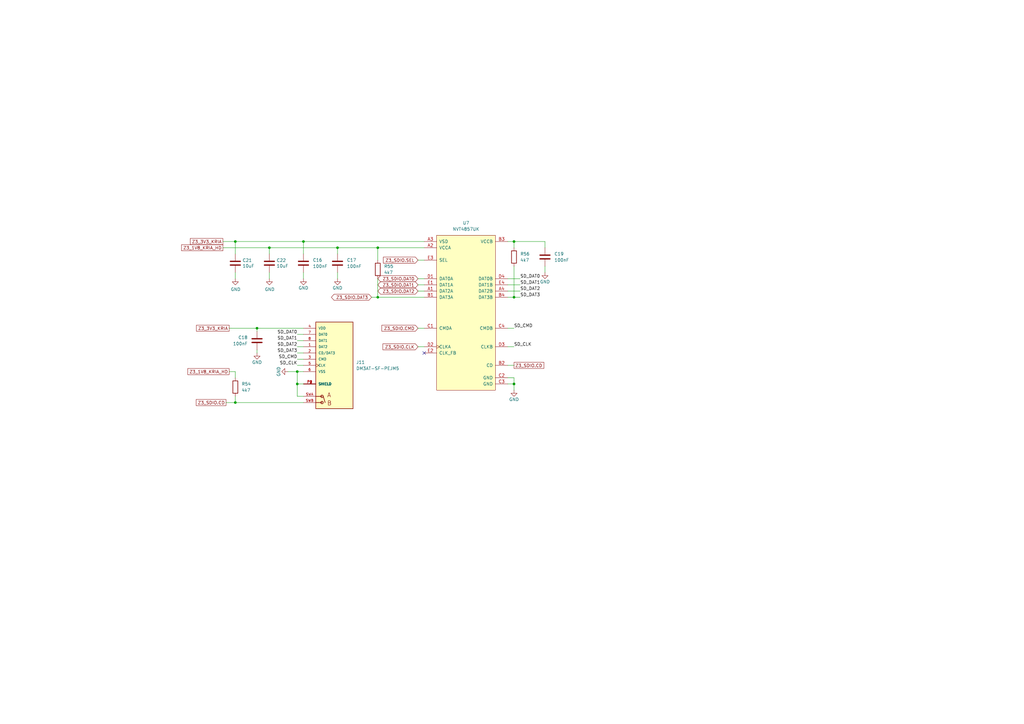
<source format=kicad_sch>
(kicad_sch (version 20211123) (generator eeschema)
  (paper "A3")
  (title_block (title "RTM_Template") (date "2022-09-07") (rev "1.0") (company "Karlsruhe Institute of Technology (KIT)") (comment 1 "Institute for Data Processing and Electronics (IPE)") (comment 2 "Carsten Schmerbeck") (comment 3 "Luis Ardila") (comment 4 "Licensed under CERN-OHL-P v2"))
  (lib_symbols
    (symbol "Device:C" (pin_numbers hide) (pin_names (offset 0.254))
      (property "Reference" "C" (at 0.635 2.54 0))
      (property "Value" "C" (at 0.635 -2.54 0))
      (symbol "C_0_1"
        (polyline (pts (xy -2.032 -0.762) (xy 2.032 -0.762)) (stroke (width 0.508)))
        (polyline (pts (xy -2.032 0.762) (xy 2.032 0.762)) (stroke (width 0.508)))
      )
      (symbol "C_1_1"
        (pin passive line (at 0 3.81 270) (length 2.794) (name "~") (number "1"))
        (pin passive line (at 0 -3.81 90) (length 2.794) (name "~") (number "2"))
      )
    )
    (symbol "Device:R" (pin_numbers hide) (pin_names (offset 0))
      (property "Reference" "R" (at 2.032 0 90))
      (property "Value" "R" (at 0 0 90))
      (symbol "R_0_1"
        (rectangle (start -1.016 -2.54) (end 1.016 2.54) (stroke (width 0.254)))
      )
      (symbol "R_1_1"
        (pin passive line (at 0 3.81 270) (length 1.27) (name "~") (number "1"))
        (pin passive line (at 0 -3.81 90) (length 1.27) (name "~") (number "2"))
      )
    )
    (symbol "KIT_Connector:DM3AT-SF-PEJM5" (pin_names (offset 1.016))
      (property "Reference" "J" (at -7.62 18.3134 0))
      (property "Value" "DM3AT-SF-PEJM5" (at -7.62 -20.8534 0))
      (symbol "DM3AT-SF-PEJM5_0_0"
        (rectangle (start -7.62 -17.78) (end 7.62 17.78) (stroke (width 0.254)) (fill (type background)))
        (circle (center -5.08 -15.24) (radius 0.508) (stroke (width 0.254)))
        (circle (center -5.08 -12.7) (radius 0.508) (stroke (width 0.254)))
        (polyline (pts (xy -7.62 -15.24) (xy -5.08 -15.24)) (stroke (width 0.254)))
        (polyline (pts (xy -7.62 -12.7) (xy -5.08 -12.7)) (stroke (width 0.254)))
        (polyline (pts (xy -4.572 -12.7) (xy -3.81 -15.24)) (stroke (width 0.254)))
        (text "A" (at -3.048 -13.208 0) (effects (font (size 1.778 1.778)) (justify left bottom)))
        (text "B" (at -3.048 -16.51 0) (effects (font (size 1.778 1.778)) (justify left bottom)))
        (pin bidirectional line (at -12.7 7.62 0) (length 5.08) (name "DAT2") (number "1"))
        (pin bidirectional line (at -12.7 5.08 0) (length 5.08) (name "CD/DAT3") (number "2"))
        (pin bidirectional line (at -12.7 2.54 0) (length 5.08) (name "CMD") (number "3"))
        (pin power_in line (at -12.7 15.24 0) (length 5.08) (name "VDD") (number "4"))
        (pin bidirectional clock (at -12.7 0 0) (length 5.08) (name "CLK") (number "5"))
        (pin power_in line (at -12.7 -2.54 0) (length 5.08) (name "VSS") (number "6"))
        (pin bidirectional line (at -12.7 12.7 0) (length 5.08) (name "DAT0") (number "7"))
        (pin bidirectional line (at -12.7 10.16 0) (length 5.08) (name "DAT1") (number "8"))
        (pin passive line (at -12.7 -7.62 0) (length 5.08) (name "SHIELD") (number "P1"))
        (pin passive line (at -12.7 -7.62 0) (length 5.08) (name "SHIELD") (number "P2"))
        (pin passive line (at -12.7 -7.62 0) (length 5.08) (name "SHIELD") (number "P3"))
        (pin passive line (at -12.7 -7.62 0) (length 5.08) (name "SHIELD") (number "P4"))
        (pin passive line (at -12.7 -12.7 0) (length 5.08) (name "~") (number "SWA"))
        (pin passive line (at -12.7 -15.24 0) (length 5.08) (name "~") (number "SWB"))
      )
    )
    (symbol "KIT_Memory_Controller:NVT4857UK" (pin_names (offset 1.016))
      (property "Reference" "U" (at -8.89 21.59 0))
      (property "Value" "NVT4857UK" (at 6.35 21.59 0))
      (symbol "NVT4857UK_0_0"
        (pin bidirectional line (at -15.24 -2.54 0) (length 5.08) (name "DAT2A") (number "A1"))
      )
      (symbol "NVT4857UK_0_1"
        (rectangle (start -10.16 20.32) (end 13.97 -43.18) (fill (type background)))
      )
      (symbol "NVT4857UK_1_1"
        (pin power_in line (at -15.24 15.24 0) (length 5.08) (name "VCCA") (number "A2"))
        (pin power_in line (at -15.24 17.78 0) (length 5.08) (name "VSD") (number "A3"))
        (pin bidirectional line (at 19.05 -2.54 180) (length 5.08) (name "DAT2B") (number "A4"))
        (pin bidirectional line (at -15.24 -5.08 0) (length 5.08) (name "DAT3A") (number "B1"))
        (pin output line (at 19.05 -33.02 180) (length 5.08) (name "CD") (number "B2"))
        (pin power_out line (at 19.05 17.78 180) (length 5.08) (name "VCCB") (number "B3"))
        (pin bidirectional line (at 19.05 -5.08 180) (length 5.08) (name "DAT3B") (number "B4"))
        (pin bidirectional line (at -15.24 -17.78 0) (length 5.08) (name "CMDA") (number "C1"))
        (pin power_in line (at 19.05 -38.1 180) (length 5.08) (name "GND") (number "C2"))
        (pin power_in line (at 19.05 -40.64 180) (length 5.08) (name "GND") (number "C3"))
        (pin bidirectional line (at 19.05 -17.78 180) (length 5.08) (name "CMDB") (number "C4"))
        (pin bidirectional line (at -15.24 2.54 0) (length 5.08) (name "DAT0A") (number "D1"))
        (pin input clock (at -15.24 -25.4 0) (length 5.08) (name "CLKA") (number "D2"))
        (pin output line (at 19.05 -25.4 180) (length 5.08) (name "CLKB") (number "D3"))
        (pin bidirectional line (at 19.05 2.54 180) (length 5.08) (name "DAT0B") (number "D4"))
        (pin bidirectional line (at -15.24 0 0) (length 5.08) (name "DAT1A") (number "E1"))
        (pin output line (at -15.24 -27.94 0) (length 5.08) (name "CLK_FB") (number "E2"))
        (pin input line (at -15.24 10.16 0) (length 5.08) (name "SEL") (number "E3"))
        (pin bidirectional line (at 19.05 0 180) (length 5.08) (name "DAT1B") (number "E4"))
      )
    )
    (symbol "power:GND" (power) (pin_names (offset 0))
      (property "Value" "GND" (at 0 -3.81 0))
      (symbol "GND_0_1"
        (polyline (pts (xy 0 0) (xy 0 -1.27) (xy 1.27 -1.27) (xy 0 -2.54) (xy -1.27 -1.27) (xy 0 -1.27)))
      )
      (symbol "GND_1_1"
        (pin power_in line (at 0 0 270) (length 0) hide (name "GND") (number "1"))
      )
    )
  )
  (junction (at 96.52 165.1))
  (junction (at 154.94 101.6))
  (junction (at 210.82 121.92))
  (junction (at 110.49 101.6))
  (junction (at 105.41 134.62))
  (junction (at 210.82 157.48))
  (junction (at 210.82 99.06))
  (junction (at 124.46 99.06))
  (junction (at 138.43 101.6))
  (junction (at 154.94 121.92))
  (junction (at 121.92 157.48))
  (junction (at 121.92 152.4))
  (junction (at 96.52 99.06))
  (no_connect (at 173.99 144.78))
  (wire (pts (xy 93.98 134.62) (xy 105.41 134.62)))
  (wire (pts (xy 210.82 99.06) (xy 210.82 101.6)))
  (wire (pts (xy 121.92 142.24) (xy 124.46 142.24)))
  (wire (pts (xy 171.45 116.84) (xy 173.99 116.84)))
  (wire (pts (xy 208.28 157.48) (xy 210.82 157.48)))
  (wire (pts (xy 154.94 101.6) (xy 154.94 106.68)))
  (wire (pts (xy 96.52 162.56) (xy 96.52 165.1)))
  (wire (pts (xy 96.52 99.06) (xy 124.46 99.06)))
  (wire (pts (xy 121.92 137.16) (xy 124.46 137.16)))
  (wire (pts (xy 110.49 111.76) (xy 110.49 114.3)))
  (wire (pts (xy 124.46 99.06) (xy 124.46 104.14)))
  (wire (pts (xy 154.94 121.92) (xy 173.99 121.92)))
  (wire (pts (xy 210.82 154.94) (xy 210.82 157.48)))
  (wire (pts (xy 93.98 152.4) (xy 96.52 152.4)))
  (wire (pts (xy 110.49 101.6) (xy 138.43 101.6)))
  (wire (pts (xy 121.92 162.56) (xy 121.92 157.48)))
  (wire (pts (xy 96.52 111.76) (xy 96.52 114.3)))
  (wire (pts (xy 208.28 149.86) (xy 210.82 149.86)))
  (wire (pts (xy 154.94 114.3) (xy 154.94 121.92)))
  (wire (pts (xy 223.52 111.76) (xy 223.52 109.22)))
  (wire (pts (xy 121.92 147.32) (xy 124.46 147.32)))
  (wire (pts (xy 121.92 157.48) (xy 124.46 157.48)))
  (wire (pts (xy 208.28 116.84) (xy 213.36 116.84)))
  (wire (pts (xy 210.82 157.48) (xy 210.82 160.02)))
  (wire (pts (xy 91.44 99.06) (xy 96.52 99.06)))
  (wire (pts (xy 105.41 134.62) (xy 124.46 134.62)))
  (wire (pts (xy 210.82 121.92) (xy 213.36 121.92)))
  (wire (pts (xy 171.45 106.68) (xy 173.99 106.68)))
  (wire (pts (xy 171.45 119.38) (xy 173.99 119.38)))
  (wire (pts (xy 96.52 99.06) (xy 96.52 104.14)))
  (wire (pts (xy 208.28 114.3) (xy 213.36 114.3)))
  (wire (pts (xy 152.4 121.92) (xy 154.94 121.92)))
  (wire (pts (xy 124.46 162.56) (xy 121.92 162.56)))
  (wire (pts (xy 124.46 114.3) (xy 124.46 111.76)))
  (wire (pts (xy 208.28 99.06) (xy 210.82 99.06)))
  (wire (pts (xy 91.44 101.6) (xy 110.49 101.6)))
  (wire (pts (xy 110.49 101.6) (xy 110.49 104.14)))
  (wire (pts (xy 105.41 134.62) (xy 105.41 135.89)))
  (wire (pts (xy 121.92 139.7) (xy 124.46 139.7)))
  (wire (pts (xy 121.92 152.4) (xy 121.92 157.48)))
  (wire (pts (xy 208.28 134.62) (xy 210.82 134.62)))
  (wire (pts (xy 96.52 152.4) (xy 96.52 154.94)))
  (wire (pts (xy 105.41 144.78) (xy 105.41 143.51)))
  (wire (pts (xy 171.45 142.24) (xy 173.99 142.24)))
  (wire (pts (xy 223.52 99.06) (xy 210.82 99.06)))
  (wire (pts (xy 210.82 109.22) (xy 210.82 121.92)))
  (wire (pts (xy 118.11 152.4) (xy 121.92 152.4)))
  (wire (pts (xy 124.46 99.06) (xy 173.99 99.06)))
  (wire (pts (xy 121.92 152.4) (xy 124.46 152.4)))
  (wire (pts (xy 121.92 144.78) (xy 124.46 144.78)))
  (wire (pts (xy 138.43 114.3) (xy 138.43 111.76)))
  (wire (pts (xy 223.52 101.6) (xy 223.52 99.06)))
  (wire (pts (xy 154.94 101.6) (xy 138.43 101.6)))
  (wire (pts (xy 208.28 142.24) (xy 210.82 142.24)))
  (wire (pts (xy 96.52 165.1) (xy 124.46 165.1)))
  (wire (pts (xy 173.99 101.6) (xy 154.94 101.6)))
  (wire (pts (xy 208.28 121.92) (xy 210.82 121.92)))
  (wire (pts (xy 92.71 165.1) (xy 96.52 165.1)))
  (wire (pts (xy 121.92 149.86) (xy 124.46 149.86)))
  (wire (pts (xy 208.28 154.94) (xy 210.82 154.94)))
  (wire (pts (xy 171.45 114.3) (xy 173.99 114.3)))
  (wire (pts (xy 138.43 101.6) (xy 138.43 104.14)))
  (wire (pts (xy 208.28 119.38) (xy 213.36 119.38)))
  (wire (pts (xy 171.45 134.62) (xy 173.99 134.62)))
  (label "SD_CMD" (at 121.92 147.32 180))
  (label "SD_DAT3" (at 121.92 144.78 180))
  (label "SD_CMD" (at 210.82 134.62 0))
  (label "SD_DAT1" (at 121.92 139.7 180))
  (label "SD_CLK" (at 210.82 142.24 0))
  (label "SD_DAT3" (at 213.36 121.92 0))
  (label "SD_DAT0" (at 121.92 137.16 180))
  (label "SD_DAT0" (at 213.36 114.3 0))
  (label "SD_CLK" (at 121.92 149.86 180))
  (label "SD_DAT2" (at 121.92 142.24 180))
  (label "SD_DAT2" (at 213.36 119.38 0))
  (label "SD_DAT1" (at 213.36 116.84 0))
  (global_label "Z3_SDIO.DAT0" (shape bidirectional) (at 171.45 114.3 180) (property "Intersheet References" "${INTERSHEET_REFS}" (effects hide)))
  (global_label "Z3_SDIO.DAT3" (shape bidirectional) (at 152.4 121.92 180) (property "Intersheet References" "${INTERSHEET_REFS}" (effects hide)))
  (global_label "Z3_SDIO.CLK" (shape input) (at 171.45 142.24 180) (property "Intersheet References" "${INTERSHEET_REFS}" (effects hide)))
  (global_label "Z3_SDIO.CD" (shape passive) (at 210.82 149.86 0) (property "Intersheet References" "${INTERSHEET_REFS}" (effects hide)))
  (global_label "Z3_SDIO.DAT1" (shape bidirectional) (at 171.45 116.84 180) (property "Intersheet References" "${INTERSHEET_REFS}" (effects hide)))
  (global_label "Z3_SDIO.DAT2" (shape bidirectional) (at 171.45 119.38 180) (property "Intersheet References" "${INTERSHEET_REFS}" (effects hide)))
  (global_label "Z3_1V8_KRIA_HD" (shape passive) (at 93.98 152.4 180) (property "Intersheet References" "${INTERSHEET_REFS}" (effects hide)))
  (global_label "Z3_3V3_KRIA" (shape passive) (at 91.44 99.06 180) (property "Intersheet References" "${INTERSHEET_REFS}" (effects hide)))
  (global_label "Z3_1V8_KRIA_HD" (shape passive) (at 91.44 101.6 180) (property "Intersheet References" "${INTERSHEET_REFS}" (effects hide)))
  (global_label "Z3_SDIO.CD" (shape passive) (at 92.71 165.1 180) (property "Intersheet References" "${INTERSHEET_REFS}" (effects hide)))
  (global_label "Z3_3V3_KRIA" (shape passive) (at 93.98 134.62 180) (property "Intersheet References" "${INTERSHEET_REFS}" (effects hide)))
  (global_label "Z3_SDIO.CMD" (shape input) (at 171.45 134.62 180) (property "Intersheet References" "${INTERSHEET_REFS}" (effects hide)))
  (global_label "Z3_SDIO.SEL" (shape input) (at 171.45 106.68 180) (property "Intersheet References" "${INTERSHEET_REFS}" (effects hide)))
  (symbol (lib_id "Device:R") (at 154.94 110.49 180) (unit 1)
    (property "Reference" "R55" (at 157.48 109.2199 0) (effects (justify right)))
    (property "Value" "4k7" (at 157.48 111.7599 0) (effects (justify right)))
    (property "Footprint" "Resistor_SMD:R_0402_1005Metric" (effects hide))
    (property "digikey#" "A129635CT-ND" (effects hide))
    (property "manf" "TE" (effects hide))
    (property "manf#" "CRGCQ0402F4K7" (effects hide))
    (property "stock" "AVT-IPE" (effects hide))
  )
  (symbol (lib_id "power:GND") (at 105.41 144.78 0) (unit 1)
    (property "Reference" "#PWR0124" (effects hide))
    (property "Value" "GND" (at 105.41 148.59 0))
  )
  (symbol (lib_id "power:GND") (at 124.46 114.3 0) (unit 1)
    (property "Reference" "#PWR0129" (effects hide))
    (property "Value" "GND" (at 124.46 118.11 0))
  )
  (symbol (lib_id "Device:C") (at 96.52 107.95 0) (unit 1)
    (property "Reference" "C21" (at 99.441 106.7816 0) (effects (justify left)))
    (property "Value" "10uF" (at 99.441 109.093 0) (effects (justify left)))
    (property "Footprint" "Capacitor_SMD:C_1210_3225Metric" (effects hide))
    (property "stock" "AVT-IPE" (effects hide))
    (property "digikey#" "445-3942-1-ND" (effects hide))
    (property "manf" "TDK Corporation" (effects hide))
    (property "manf#" "C3225X7R1E106K250AC" (effects hide))
  )
  (symbol (lib_id "Device:R") (at 96.52 158.75 180) (unit 1)
    (property "Reference" "R54" (at 99.06 157.4799 0) (effects (justify right)))
    (property "Value" "4k7" (at 99.06 160.0199 0) (effects (justify right)))
    (property "Footprint" "Resistor_SMD:R_0402_1005Metric" (effects hide))
    (property "digikey#" "A129635CT-ND" (effects hide))
    (property "manf" "TE" (effects hide))
    (property "manf#" "CRGCQ0402F4K7" (effects hide))
    (property "stock" "AVT-IPE" (effects hide))
  )
  (symbol (lib_id "Device:C") (at 105.41 139.7 180) (unit 1)
    (property "Reference" "C18" (at 101.6 138.4299 0) (effects (justify left)))
    (property "Value" "100nF" (at 101.6 140.9699 0) (effects (justify left)))
    (property "Footprint" "Capacitor_SMD:C_0402_1005Metric" (effects hide))
    (property "stock" "AVT-IPE" (effects hide))
    (property "voltage" "16 V" (effects hide))
  )
  (symbol (lib_id "power:GND") (at 110.49 114.3 0) (unit 1)
    (property "Reference" "#PWR0131" (effects hide))
    (property "Value" "GND" (at 110.617 118.6942 0))
  )
  (symbol (lib_id "power:GND") (at 118.11 152.4 270) (unit 1)
    (property "Reference" "#PWR0125" (effects hide))
    (property "Value" "GND" (at 114.3 152.4 0))
  )
  (symbol (lib_id "KIT_Connector:DM3AT-SF-PEJM5") (at 137.16 149.86 0) (unit 1)
    (property "Reference" "J11" (at 146.05 148.5899 0) (effects (justify left)))
    (property "Value" "DM3AT-SF-PEJM5" (at 146.05 151.1299 0) (effects (justify left)))
    (property "Footprint" "KIT_Connector:DM3AT-SF-PEJM5" (effects hide))
    (property "digikey#" "HR1964CT-ND" (effects hide))
    (property "manf" "Hirose" (effects hide))
    (property "manf#" "DM3AT-SF-PEJM5" (effects hide))
    (property "stock" "Serenity: 15" (effects hide))
    (property "mouser#" "798-DM3AT-SF-PEJM5" (effects hide))
  )
  (symbol (lib_id "power:GND") (at 138.43 114.3 0) (unit 1)
    (property "Reference" "#PWR0130" (effects hide))
    (property "Value" "GND" (at 138.43 118.11 0))
  )
  (symbol (lib_id "power:GND") (at 223.52 111.76 0) (unit 1)
    (property "Reference" "#PWR0132" (effects hide))
    (property "Value" "GND" (at 223.52 115.57 0))
  )
  (symbol (lib_id "KIT_Memory_Controller:NVT4857UK") (at 189.23 116.84 0) (unit 1)
    (property "Reference" "U7" (at 191.135 91.44 0))
    (property "Value" "NVT4857UK" (at 191.135 93.98 0))
    (property "Footprint" "KIT_Package_CSP:WLCSP-20_1.934x2.434mm_Layout4x5_P0.4mm" (effects hide))
    (property "Datasheet" "https://www.nxp.com/docs/en/data-sheet/NVT4857UK.pdf" (effects hide))
    (property "digikey#" "568-15389-1-ND" (effects hide))
    (property "manf" "NXP" (effects hide))
    (property "manf#" "NVT4857UKAZ" (effects hide))
    (property "mouser#" "771-NVT4857UKAZ" (effects hide))
  )
  (symbol (lib_id "Device:C") (at 110.49 107.95 0) (unit 1)
    (property "Reference" "C22" (at 113.411 106.7816 0) (effects (justify left)))
    (property "Value" "10uF" (at 113.411 109.093 0) (effects (justify left)))
    (property "Footprint" "Capacitor_SMD:C_1210_3225Metric" (effects hide))
    (property "stock" "AVT-IPE" (effects hide))
    (property "digikey#" "445-3942-1-ND" (effects hide))
    (property "manf" "TDK Corporation" (effects hide))
    (property "manf#" "C3225X7R1E106K250AC" (effects hide))
  )
  (symbol (lib_id "Device:C") (at 138.43 107.95 180) (unit 1)
    (property "Reference" "C17" (at 142.24 106.6799 0) (effects (justify right)))
    (property "Value" "100nF" (at 142.24 109.2199 0) (effects (justify right)))
    (property "Footprint" "Capacitor_SMD:C_0402_1005Metric" (effects hide))
    (property "stock" "AVT-IPE" (effects hide))
    (property "voltage" "16 V" (effects hide))
  )
  (symbol (lib_id "power:GND") (at 96.52 114.3 0) (unit 1)
    (property "Reference" "#PWR0136" (effects hide))
    (property "Value" "GND" (at 96.647 118.6942 0))
  )
  (symbol (lib_id "power:GND") (at 210.82 160.02 0) (unit 1)
    (property "Reference" "#PWR0127" (effects hide))
    (property "Value" "GND" (at 210.82 163.83 0))
  )
  (symbol (lib_id "Device:R") (at 210.82 105.41 180) (unit 1)
    (property "Reference" "R56" (at 213.36 104.1399 0) (effects (justify right)))
    (property "Value" "4k7" (at 213.36 106.6799 0) (effects (justify right)))
    (property "Footprint" "Resistor_SMD:R_0402_1005Metric" (effects hide))
    (property "digikey#" "A129635CT-ND" (effects hide))
    (property "manf" "TE" (effects hide))
    (property "manf#" "CRGCQ0402F4K7" (effects hide))
    (property "stock" "AVT-IPE" (effects hide))
  )
  (symbol (lib_id "Device:C") (at 223.52 105.41 180) (unit 1)
    (property "Reference" "C19" (at 227.33 104.1399 0) (effects (justify right)))
    (property "Value" "100nF" (at 227.33 106.6799 0) (effects (justify right)))
    (property "Footprint" "Capacitor_SMD:C_0402_1005Metric" (effects hide))
    (property "stock" "AVT-IPE" (effects hide))
    (property "voltage" "16 V" (effects hide))
  )
  (symbol (lib_id "Device:C") (at 124.46 107.95 180) (unit 1)
    (property "Reference" "C16" (at 128.27 106.6799 0) (effects (justify right)))
    (property "Value" "100nF" (at 128.27 109.2199 0) (effects (justify right)))
    (property "Footprint" "Capacitor_SMD:C_0402_1005Metric" (effects hide))
    (property "stock" "AVT-IPE" (effects hide))
    (property "voltage" "16 V" (effects hide))
  )
)
</source>
